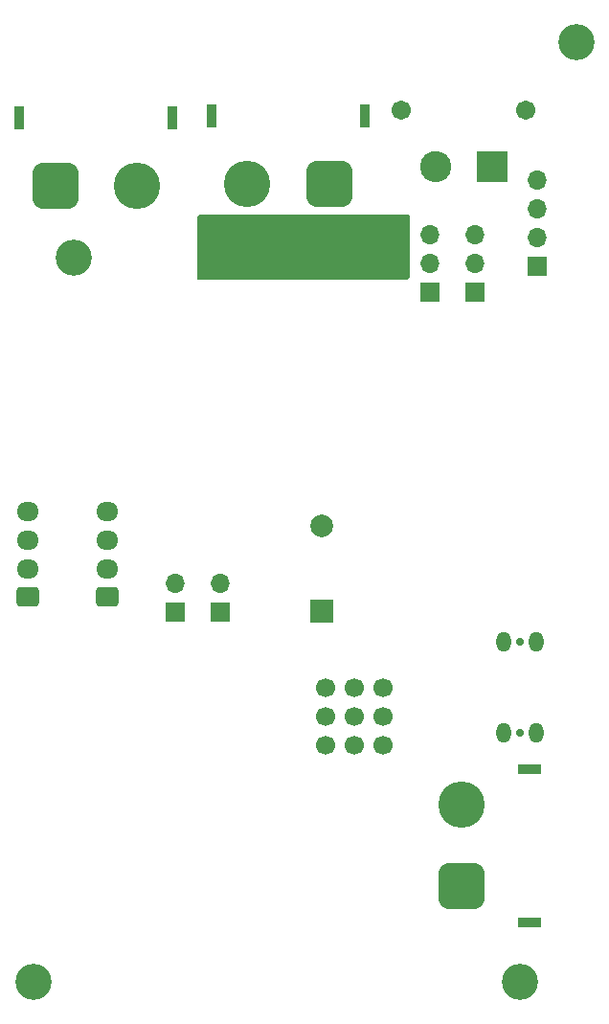
<source format=gbr>
%TF.GenerationSoftware,KiCad,Pcbnew,8.0.2-1*%
%TF.CreationDate,2024-11-11T16:17:41-08:00*%
%TF.ProjectId,Main_Board_V2,4d61696e-5f42-46f6-9172-645f56322e6b,rev?*%
%TF.SameCoordinates,Original*%
%TF.FileFunction,Soldermask,Bot*%
%TF.FilePolarity,Negative*%
%FSLAX46Y46*%
G04 Gerber Fmt 4.6, Leading zero omitted, Abs format (unit mm)*
G04 Created by KiCad (PCBNEW 8.0.2-1) date 2024-11-11 16:17:41*
%MOMM*%
%LPD*%
G01*
G04 APERTURE LIST*
G04 Aperture macros list*
%AMRoundRect*
0 Rectangle with rounded corners*
0 $1 Rounding radius*
0 $2 $3 $4 $5 $6 $7 $8 $9 X,Y pos of 4 corners*
0 Add a 4 corners polygon primitive as box body*
4,1,4,$2,$3,$4,$5,$6,$7,$8,$9,$2,$3,0*
0 Add four circle primitives for the rounded corners*
1,1,$1+$1,$2,$3*
1,1,$1+$1,$4,$5*
1,1,$1+$1,$6,$7*
1,1,$1+$1,$8,$9*
0 Add four rect primitives between the rounded corners*
20,1,$1+$1,$2,$3,$4,$5,0*
20,1,$1+$1,$4,$5,$6,$7,0*
20,1,$1+$1,$6,$7,$8,$9,0*
20,1,$1+$1,$8,$9,$2,$3,0*%
G04 Aperture macros list end*
%ADD10R,2.000000X2.000000*%
%ADD11C,2.000000*%
%ADD12C,1.712000*%
%ADD13RoundRect,0.102000X-1.275000X-1.275000X1.275000X-1.275000X1.275000X1.275000X-1.275000X1.275000X0*%
%ADD14C,2.754000*%
%ADD15C,3.200000*%
%ADD16C,1.700000*%
%ADD17R,0.900000X2.000000*%
%ADD18RoundRect,1.025000X-1.025000X-1.025000X1.025000X-1.025000X1.025000X1.025000X-1.025000X1.025000X0*%
%ADD19C,4.100000*%
%ADD20C,0.710000*%
%ADD21O,1.304000X1.804000*%
%ADD22R,1.700000X1.700000*%
%ADD23O,1.700000X1.700000*%
%ADD24R,2.000000X0.900000*%
%ADD25RoundRect,1.025000X-1.025000X1.025000X-1.025000X-1.025000X1.025000X-1.025000X1.025000X1.025000X0*%
%ADD26RoundRect,0.250000X0.725000X-0.600000X0.725000X0.600000X-0.725000X0.600000X-0.725000X-0.600000X0*%
%ADD27O,1.950000X1.700000*%
G04 APERTURE END LIST*
D10*
%TO.C,BZ3*%
X129000000Y-95800000D03*
D11*
X129000000Y-88200000D03*
%TD*%
D12*
%TO.C,J1*%
X136000000Y-51500000D03*
X147000000Y-51500000D03*
D13*
X144000000Y-56500000D03*
D14*
X139000000Y-56500000D03*
%TD*%
D15*
%TO.C,H2*%
X146500000Y-128500000D03*
%TD*%
D16*
%TO.C,U10*%
X134420000Y-102519492D03*
X134420000Y-105059492D03*
X134420000Y-107599492D03*
X131880000Y-102519492D03*
X131880000Y-105059492D03*
X131880000Y-107599492D03*
X129340000Y-102519492D03*
X129340000Y-105059492D03*
X129340000Y-107599492D03*
%TD*%
D17*
%TO.C,J4*%
X102250000Y-52150000D03*
X115750000Y-52150000D03*
D18*
X105400000Y-58150000D03*
D19*
X112600000Y-58150000D03*
%TD*%
D15*
%TO.C,H4*%
X107000000Y-64500000D03*
%TD*%
D20*
%TO.C,J13*%
X146500000Y-106500000D03*
X146500000Y-98500000D03*
D21*
X145070000Y-106500000D03*
X145070000Y-98500000D03*
X147930000Y-106500000D03*
X147930000Y-98500000D03*
%TD*%
D15*
%TO.C,H3*%
X151500000Y-45500000D03*
%TD*%
D17*
%TO.C,J8*%
X119250000Y-52000000D03*
X132750000Y-52000000D03*
D18*
X129600000Y-58000000D03*
D19*
X122400000Y-58000000D03*
%TD*%
D22*
%TO.C,J5*%
X148000000Y-65300000D03*
D23*
X148000000Y-62760000D03*
X148000000Y-60220000D03*
X148000000Y-57680000D03*
%TD*%
D24*
%TO.C,J6*%
X147350000Y-109750000D03*
X147350000Y-123250000D03*
D25*
X141350000Y-120100000D03*
D19*
X141350000Y-112900000D03*
%TD*%
D22*
%TO.C,M2*%
X120000000Y-95837500D03*
D23*
X120000000Y-93297500D03*
%TD*%
D22*
%TO.C,J7*%
X138500000Y-67540000D03*
D23*
X138500000Y-65000000D03*
X138500000Y-62460000D03*
%TD*%
D22*
%TO.C,J2*%
X142500000Y-67540000D03*
D23*
X142500000Y-65000000D03*
X142500000Y-62460000D03*
%TD*%
D26*
%TO.C,J3*%
X102975000Y-94500000D03*
D27*
X102975000Y-92000000D03*
X102975000Y-89500000D03*
X102975000Y-87000000D03*
%TD*%
D15*
%TO.C,H1*%
X103500000Y-128500000D03*
%TD*%
D26*
%TO.C,J12*%
X109975000Y-94500000D03*
D27*
X109975000Y-92000000D03*
X109975000Y-89500000D03*
X109975000Y-87000000D03*
%TD*%
D22*
%TO.C,M3*%
X116000000Y-95837500D03*
D23*
X116000000Y-93297500D03*
%TD*%
G36*
X136709191Y-60768907D02*
G01*
X136745155Y-60818407D01*
X136750000Y-60849000D01*
X136750000Y-66208992D01*
X136731093Y-66267183D01*
X136721004Y-66278996D01*
X136528996Y-66471004D01*
X136474479Y-66498781D01*
X136458992Y-66500000D01*
X118099000Y-66500000D01*
X118040809Y-66481093D01*
X118004845Y-66431593D01*
X118000000Y-66401000D01*
X118000000Y-60849000D01*
X118018907Y-60790809D01*
X118068407Y-60754845D01*
X118099000Y-60750000D01*
X136651000Y-60750000D01*
X136709191Y-60768907D01*
G37*
M02*

</source>
